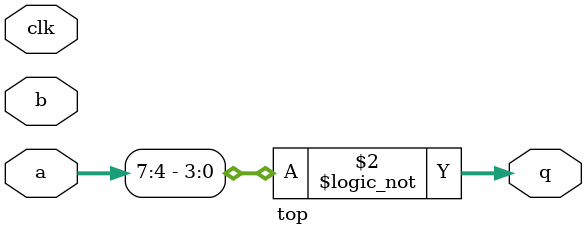
<source format=sv>
module top (
  input            clk,
  input      [8:0] a,
  input            b,
  output reg [3:0] q // выходные сигналы и шины можно объявлять как reg
);
  // Присвоение в блоке always возможно только для сигналов типа reg!!!!
  always @(*) begin
    q = !a[7:4];
  end
endmodule

</source>
